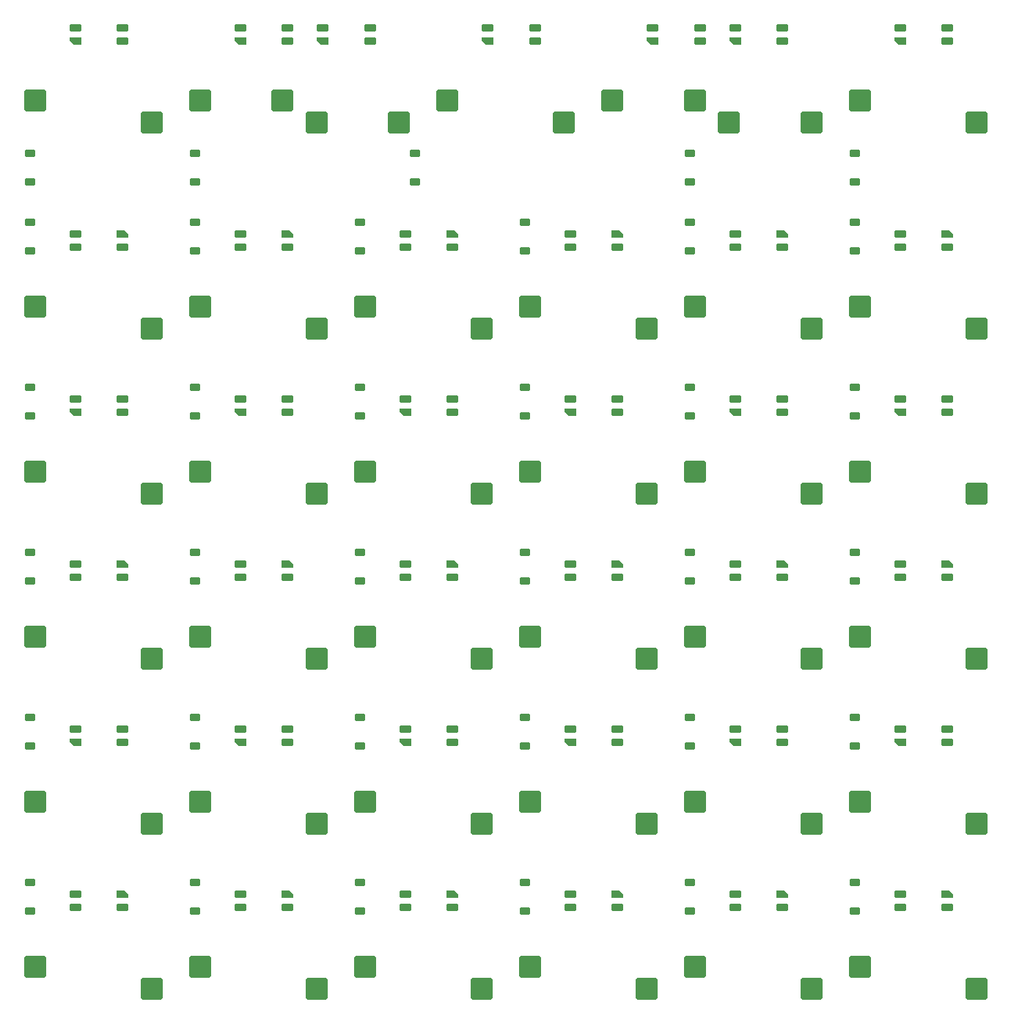
<source format=gtp>
%TF.GenerationSoftware,KiCad,Pcbnew,7.0.7*%
%TF.CreationDate,2023-11-21T20:39:45+01:00*%
%TF.ProjectId,tekskey-v2-molten,74656b73-6b65-4792-9d76-322d6d6f6c74,rev?*%
%TF.SameCoordinates,Original*%
%TF.FileFunction,Paste,Top*%
%TF.FilePolarity,Positive*%
%FSLAX46Y46*%
G04 Gerber Fmt 4.6, Leading zero omitted, Abs format (unit mm)*
G04 Created by KiCad (PCBNEW 7.0.7) date 2023-11-21 20:39:45*
%MOMM*%
%LPD*%
G01*
G04 APERTURE LIST*
G04 Aperture macros list*
%AMRoundRect*
0 Rectangle with rounded corners*
0 $1 Rounding radius*
0 $2 $3 $4 $5 $6 $7 $8 $9 X,Y pos of 4 corners*
0 Add a 4 corners polygon primitive as box body*
4,1,4,$2,$3,$4,$5,$6,$7,$8,$9,$2,$3,0*
0 Add four circle primitives for the rounded corners*
1,1,$1+$1,$2,$3*
1,1,$1+$1,$4,$5*
1,1,$1+$1,$6,$7*
1,1,$1+$1,$8,$9*
0 Add four rect primitives between the rounded corners*
20,1,$1+$1,$2,$3,$4,$5,0*
20,1,$1+$1,$4,$5,$6,$7,0*
20,1,$1+$1,$6,$7,$8,$9,0*
20,1,$1+$1,$8,$9,$2,$3,0*%
%AMFreePoly0*
4,1,18,-0.410000,0.265000,0.000000,0.675000,0.328000,0.675000,0.359380,0.668758,0.385983,0.650983,0.403758,0.624380,0.410000,0.593000,0.410000,-0.593000,0.403758,-0.624380,0.385983,-0.650983,0.359380,-0.668758,0.328000,-0.675000,-0.328000,-0.675000,-0.359380,-0.668758,-0.385983,-0.650983,-0.403758,-0.624380,-0.410000,-0.593000,-0.410000,0.265000,-0.410000,0.265000,$1*%
G04 Aperture macros list end*
%ADD10RoundRect,0.082000X-0.593000X0.328000X-0.593000X-0.328000X0.593000X-0.328000X0.593000X0.328000X0*%
%ADD11FreePoly0,270.000000*%
%ADD12RoundRect,0.250000X1.025000X1.000000X-1.025000X1.000000X-1.025000X-1.000000X1.025000X-1.000000X0*%
%ADD13RoundRect,0.225000X-0.375000X0.225000X-0.375000X-0.225000X0.375000X-0.225000X0.375000X0.225000X0*%
%ADD14RoundRect,0.082000X0.593000X-0.328000X0.593000X0.328000X-0.593000X0.328000X-0.593000X-0.328000X0*%
%ADD15FreePoly0,90.000000*%
%ADD16RoundRect,0.225000X0.375000X-0.225000X0.375000X0.225000X-0.375000X0.225000X-0.375000X-0.225000X0*%
G04 APERTURE END LIST*
D10*
X57600000Y-152832500D03*
X57600000Y-151332500D03*
X63050000Y-152832500D03*
D11*
X63050000Y-151332500D03*
D12*
X72015000Y-83502500D03*
X85465000Y-86042500D03*
D13*
X109537500Y-92806250D03*
X109537500Y-96106250D03*
X71437500Y-73756250D03*
X71437500Y-77056250D03*
D14*
X110675000Y-51320000D03*
X110675000Y-52820000D03*
X105225000Y-51320000D03*
D15*
X105225000Y-52820000D03*
D12*
X72015000Y-102552500D03*
X85465000Y-105092500D03*
D13*
X90487500Y-111856250D03*
X90487500Y-115156250D03*
X52387500Y-149956250D03*
X52387500Y-153256250D03*
X71437500Y-111856250D03*
X71437500Y-115156250D03*
D14*
X120200000Y-94182500D03*
X120200000Y-95682500D03*
X114750000Y-94182500D03*
D15*
X114750000Y-95682500D03*
D13*
X109537500Y-111856250D03*
X109537500Y-115156250D03*
D12*
X110115000Y-59690000D03*
X123565000Y-62230000D03*
D13*
X90487500Y-73756250D03*
X90487500Y-77056250D03*
D12*
X33915000Y-102552500D03*
X47365000Y-105092500D03*
X91065000Y-83502500D03*
X104515000Y-86042500D03*
D13*
X128587500Y-92806250D03*
X128587500Y-96106250D03*
D12*
X62490000Y-59690000D03*
X75940000Y-62230000D03*
D16*
X33337500Y-69118750D03*
X33337500Y-65818750D03*
D12*
X52965000Y-159702500D03*
X66415000Y-162242500D03*
D13*
X52387500Y-92806250D03*
X52387500Y-96106250D03*
X52387500Y-73756250D03*
X52387500Y-77056250D03*
D12*
X91065000Y-121602500D03*
X104515000Y-124142500D03*
D10*
X76650000Y-76632500D03*
X76650000Y-75132500D03*
X82100000Y-76632500D03*
D11*
X82100000Y-75132500D03*
D13*
X71437500Y-130906250D03*
X71437500Y-134206250D03*
D14*
X101150000Y-132282500D03*
X101150000Y-133782500D03*
X95700000Y-132282500D03*
D15*
X95700000Y-133782500D03*
D12*
X52965000Y-102552500D03*
X66415000Y-105092500D03*
D13*
X52387500Y-130906250D03*
X52387500Y-134206250D03*
X33337500Y-149956250D03*
X33337500Y-153256250D03*
X128587500Y-73756250D03*
X128587500Y-77056250D03*
D14*
X139250000Y-132282500D03*
X139250000Y-133782500D03*
X133800000Y-132282500D03*
D15*
X133800000Y-133782500D03*
D10*
X133800000Y-152832500D03*
X133800000Y-151332500D03*
X139250000Y-152832500D03*
D11*
X139250000Y-151332500D03*
D10*
X95700000Y-152832500D03*
X95700000Y-151332500D03*
X101150000Y-152832500D03*
D11*
X101150000Y-151332500D03*
D10*
X133800000Y-76632500D03*
X133800000Y-75132500D03*
X139250000Y-76632500D03*
D11*
X139250000Y-75132500D03*
D10*
X76650000Y-152832500D03*
X76650000Y-151332500D03*
X82100000Y-152832500D03*
D11*
X82100000Y-151332500D03*
D13*
X109537500Y-73756250D03*
X109537500Y-77056250D03*
D14*
X72575000Y-51320000D03*
X72575000Y-52820000D03*
X67125000Y-51320000D03*
D15*
X67125000Y-52820000D03*
D13*
X109537500Y-130906250D03*
X109537500Y-134206250D03*
D12*
X129165000Y-83502500D03*
X142615000Y-86042500D03*
X33915000Y-140652500D03*
X47365000Y-143192500D03*
D16*
X109537500Y-69118750D03*
X109537500Y-65818750D03*
D14*
X139250000Y-51320000D03*
X139250000Y-52820000D03*
X133800000Y-51320000D03*
D15*
X133800000Y-52820000D03*
D10*
X95700000Y-114732500D03*
X95700000Y-113232500D03*
X101150000Y-114732500D03*
D11*
X101150000Y-113232500D03*
D12*
X91065000Y-140652500D03*
X104515000Y-143192500D03*
D14*
X101150000Y-94182500D03*
X101150000Y-95682500D03*
X95700000Y-94182500D03*
D15*
X95700000Y-95682500D03*
D12*
X110115000Y-102552500D03*
X123565000Y-105092500D03*
D13*
X90487500Y-130906250D03*
X90487500Y-134206250D03*
D12*
X52965000Y-140652500D03*
X66415000Y-143192500D03*
X129165000Y-140652500D03*
X142615000Y-143192500D03*
D14*
X82100000Y-132282500D03*
X82100000Y-133782500D03*
X76650000Y-132282500D03*
D15*
X76650000Y-133782500D03*
D12*
X129165000Y-102552500D03*
X142615000Y-105092500D03*
D13*
X52387500Y-111856250D03*
X52387500Y-115156250D03*
D12*
X81540000Y-59690000D03*
X94990000Y-62230000D03*
X52965000Y-83502500D03*
X66415000Y-86042500D03*
D13*
X71437500Y-92806250D03*
X71437500Y-96106250D03*
D10*
X38550000Y-76632500D03*
X38550000Y-75132500D03*
X44000000Y-76632500D03*
D11*
X44000000Y-75132500D03*
D16*
X52387500Y-69118750D03*
X52387500Y-65818750D03*
D13*
X33337500Y-130906250D03*
X33337500Y-134206250D03*
D12*
X110115000Y-83502500D03*
X123565000Y-86042500D03*
D14*
X82100000Y-94182500D03*
X82100000Y-95682500D03*
X76650000Y-94182500D03*
D15*
X76650000Y-95682500D03*
D10*
X95700000Y-76632500D03*
X95700000Y-75132500D03*
X101150000Y-76632500D03*
D11*
X101150000Y-75132500D03*
D12*
X33915000Y-159702500D03*
X47365000Y-162242500D03*
X129165000Y-159702500D03*
X142615000Y-162242500D03*
D10*
X38550000Y-114732500D03*
X38550000Y-113232500D03*
X44000000Y-114732500D03*
D11*
X44000000Y-113232500D03*
D14*
X44000000Y-132282500D03*
X44000000Y-133782500D03*
X38550000Y-132282500D03*
D15*
X38550000Y-133782500D03*
D12*
X100590000Y-59690000D03*
X114040000Y-62230000D03*
D13*
X128587500Y-149956250D03*
X128587500Y-153256250D03*
D10*
X76650000Y-114732500D03*
X76650000Y-113232500D03*
X82100000Y-114732500D03*
D11*
X82100000Y-113232500D03*
D14*
X120200000Y-51320000D03*
X120200000Y-52820000D03*
X114750000Y-51320000D03*
D15*
X114750000Y-52820000D03*
D13*
X128587500Y-111856250D03*
X128587500Y-115156250D03*
X128587500Y-130906250D03*
X128587500Y-134206250D03*
X33337500Y-73756250D03*
X33337500Y-77056250D03*
D12*
X72015000Y-159702500D03*
X85465000Y-162242500D03*
X33915000Y-59690000D03*
X47365000Y-62230000D03*
D14*
X44000000Y-51320000D03*
X44000000Y-52820000D03*
X38550000Y-51320000D03*
D15*
X38550000Y-52820000D03*
D12*
X110115000Y-121602500D03*
X123565000Y-124142500D03*
X91065000Y-102552500D03*
X104515000Y-105092500D03*
X33915000Y-83502500D03*
X47365000Y-86042500D03*
X52965000Y-59690000D03*
X66415000Y-62230000D03*
D14*
X63050000Y-51320000D03*
X63050000Y-52820000D03*
X57600000Y-51320000D03*
D15*
X57600000Y-52820000D03*
D16*
X77787500Y-69118750D03*
X77787500Y-65818750D03*
D14*
X91625000Y-51320000D03*
X91625000Y-52820000D03*
X86175000Y-51320000D03*
D15*
X86175000Y-52820000D03*
D13*
X33337500Y-92806250D03*
X33337500Y-96106250D03*
D10*
X57600000Y-76632500D03*
X57600000Y-75132500D03*
X63050000Y-76632500D03*
D11*
X63050000Y-75132500D03*
D12*
X72015000Y-121602500D03*
X85465000Y-124142500D03*
D10*
X114750000Y-76632500D03*
X114750000Y-75132500D03*
X120200000Y-76632500D03*
D11*
X120200000Y-75132500D03*
D13*
X109537500Y-149956250D03*
X109537500Y-153256250D03*
D16*
X128587500Y-69118750D03*
X128587500Y-65818750D03*
D12*
X52965000Y-121602500D03*
X66415000Y-124142500D03*
X91065000Y-159702500D03*
X104515000Y-162242500D03*
X110115000Y-159702500D03*
X123565000Y-162242500D03*
D10*
X114750000Y-152832500D03*
X114750000Y-151332500D03*
X120200000Y-152832500D03*
D11*
X120200000Y-151332500D03*
D14*
X63050000Y-94182500D03*
X63050000Y-95682500D03*
X57600000Y-94182500D03*
D15*
X57600000Y-95682500D03*
D14*
X139250000Y-94182500D03*
X139250000Y-95682500D03*
X133800000Y-94182500D03*
D15*
X133800000Y-95682500D03*
D10*
X57600000Y-114732500D03*
X57600000Y-113232500D03*
X63050000Y-114732500D03*
D11*
X63050000Y-113232500D03*
D10*
X38550000Y-152832500D03*
X38550000Y-151332500D03*
X44000000Y-152832500D03*
D11*
X44000000Y-151332500D03*
D14*
X120200000Y-132282500D03*
X120200000Y-133782500D03*
X114750000Y-132282500D03*
D15*
X114750000Y-133782500D03*
D12*
X72015000Y-140652500D03*
X85465000Y-143192500D03*
D14*
X44000000Y-94182500D03*
X44000000Y-95682500D03*
X38550000Y-94182500D03*
D15*
X38550000Y-95682500D03*
D13*
X71437500Y-149956250D03*
X71437500Y-153256250D03*
D10*
X133800000Y-114732500D03*
X133800000Y-113232500D03*
X139250000Y-114732500D03*
D11*
X139250000Y-113232500D03*
D13*
X90487500Y-149956250D03*
X90487500Y-153256250D03*
D12*
X33915000Y-121602500D03*
X47365000Y-124142500D03*
D13*
X90487500Y-92806250D03*
X90487500Y-96106250D03*
D12*
X110115000Y-140652500D03*
X123565000Y-143192500D03*
D14*
X63050000Y-132282500D03*
X63050000Y-133782500D03*
X57600000Y-132282500D03*
D15*
X57600000Y-133782500D03*
D10*
X114750000Y-114732500D03*
X114750000Y-113232500D03*
X120200000Y-114732500D03*
D11*
X120200000Y-113232500D03*
D13*
X33337500Y-111856250D03*
X33337500Y-115156250D03*
D12*
X129165000Y-121602500D03*
X142615000Y-124142500D03*
X129165000Y-59690000D03*
X142615000Y-62230000D03*
M02*

</source>
